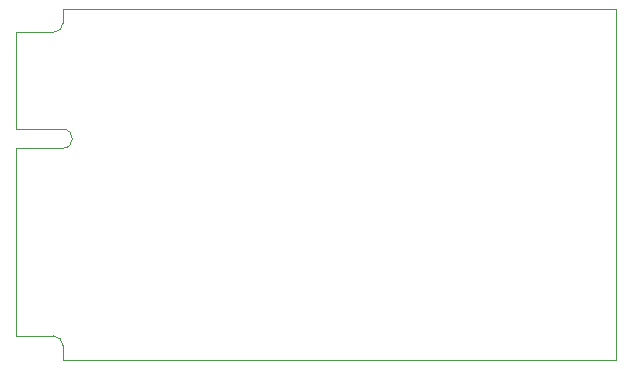
<source format=gko>
G04*
G04 #@! TF.GenerationSoftware,Altium Limited,Altium Designer,19.0.15 (446)*
G04*
G04 Layer_Color=16711935*
%FSLAX24Y24*%
%MOIN*%
G70*
G01*
G75*
%ADD123C,0.0040*%
G54D123*
X35266Y46644D02*
G03*
X35581Y46959I0J315D01*
G01*
X35581Y42786D02*
G03*
X35581Y43415I-0J315D01*
G01*
Y36211D02*
G03*
X35266Y36526I-315J0D01*
G01*
X35581Y47431D02*
X54006D01*
X34006Y36526D02*
X35266D01*
X34006D02*
Y42786D01*
X35581D01*
X34006Y43415D02*
X35581D01*
X34006D02*
Y46644D01*
X35581Y46959D02*
Y47431D01*
X34006Y46644D02*
X35266D01*
X35581Y35738D02*
Y36211D01*
Y35738D02*
X54006D01*
Y47431D01*
M02*

</source>
